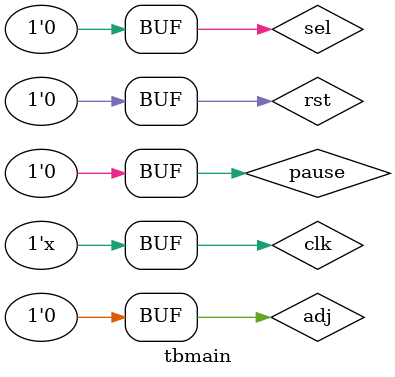
<source format=v>
`timescale 1ns / 1ps


module tbmain;

	// Inputs
	reg clk;
	reg sel;
	reg adj;
	reg rst;
	reg pause;

	// Instantiate the Unit Under Test (UUT)
	main uut (
		.clk(clk), 
		.sel(sel), 
		.adj(adj), 
		.rst(rst), 
		.pause(pause)
	);

	initial begin
		// Initialize Inputs
		clk = 0;
		sel = 0;
		adj = 0;
		rst = 0;
		pause = 0;

		// Wait 100 ns for global reset to finish
//		#50000000 ;
//       pause = 1;
//		 #1000000;
//		 pause = 0;
//		 #400 pause = 1;
//		 #300 pause = 0;
//		 #400 pause = 1;
//		 #200 pause = 0;
//		 
	//	 #1000;
//       rst = 1;
//		 #500000;
//


//	#50000000 rst = 1;
//	#1000000 rst = 0;
//	#500 rst = 1;
//	#200 rst = 0;
//	
	
//	#10000000 pause = 1;
//	#10000 pause = 0;
//	#30000 pause = 1;
//	#60000 pause = 0;
//	#200 pause = 1;
//	#10000000 pause = 0;
//	#10000000 pause = 1;
//	#10000 pause = 0;
//	#30000 pause = 1;
//	#60000 pause = 0;
//	#200 pause = 1;
//	#10000000 pause = 0;
//	#10000000 pause = 1;
//	#10000 pause = 0;
//	#30000 pause = 1;
//	#60000 pause = 0;
//	#200 pause = 1;
//	#10000000 pause = 0;
//	#10000000 pause = 1;
//	#10000 pause = 0;
//	#30000 pause = 1;
//	#60000 pause = 0;
//	#200 pause = 1;
//	#10000000 pause = 0;
//	
//		 rst = 0;
		 
//		 #400 rst = 1;
//		 #300 rst = 0;
//		 #400 rst = 1;
//		 #200 rst = 0;
//		 
//		 #1040500000;
//		 rst = 1;
//		 #1000000;
//		 rst = 0;
	//	#100;
			//sel = 1;
		
		// Add stimulus here
		
		//#1000500000 pause = 1;
		//#2000000000 pause = 0;
		
		//#1000500000 rst = 1;
		
			
	end
   always #5 clk=!clk;
endmodule


</source>
